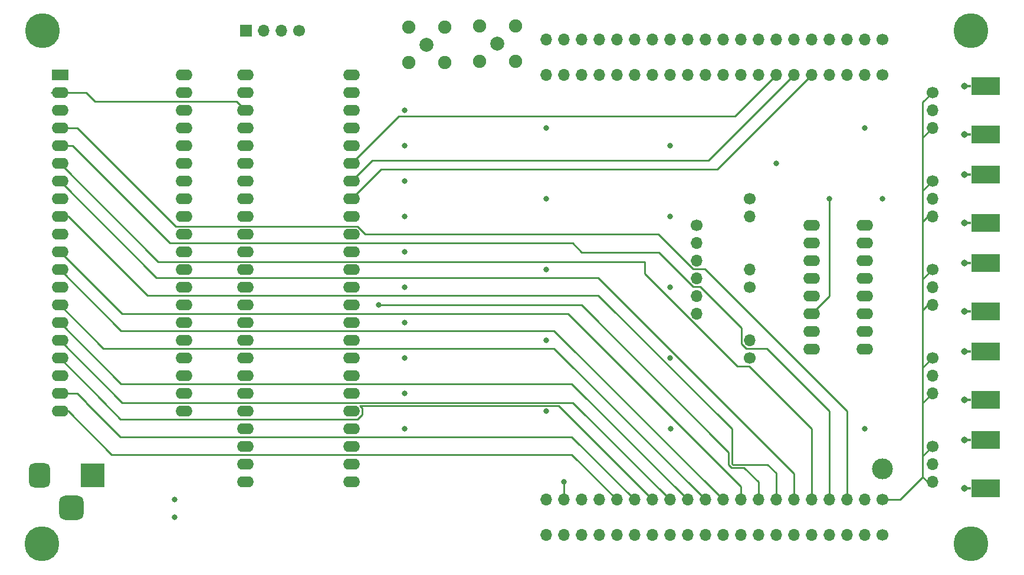
<source format=gbr>
%TF.GenerationSoftware,KiCad,Pcbnew,(6.0.5)*%
%TF.CreationDate,2022-08-06T22:36:06+10:00*%
%TF.ProjectId,glitcher,676c6974-6368-4657-922e-6b696361645f,rev?*%
%TF.SameCoordinates,Original*%
%TF.FileFunction,Copper,L6,Bot*%
%TF.FilePolarity,Positive*%
%FSLAX46Y46*%
G04 Gerber Fmt 4.6, Leading zero omitted, Abs format (unit mm)*
G04 Created by KiCad (PCBNEW (6.0.5)) date 2022-08-06 22:36:06*
%MOMM*%
%LPD*%
G01*
G04 APERTURE LIST*
G04 Aperture macros list*
%AMRoundRect*
0 Rectangle with rounded corners*
0 $1 Rounding radius*
0 $2 $3 $4 $5 $6 $7 $8 $9 X,Y pos of 4 corners*
0 Add a 4 corners polygon primitive as box body*
4,1,4,$2,$3,$4,$5,$6,$7,$8,$9,$2,$3,0*
0 Add four circle primitives for the rounded corners*
1,1,$1+$1,$2,$3*
1,1,$1+$1,$4,$5*
1,1,$1+$1,$6,$7*
1,1,$1+$1,$8,$9*
0 Add four rect primitives between the rounded corners*
20,1,$1+$1,$2,$3,$4,$5,0*
20,1,$1+$1,$4,$5,$6,$7,0*
20,1,$1+$1,$6,$7,$8,$9,0*
20,1,$1+$1,$8,$9,$2,$3,0*%
G04 Aperture macros list end*
%TA.AperFunction,ComponentPad*%
%ADD10C,2.006600*%
%TD*%
%TA.AperFunction,ComponentPad*%
%ADD11C,1.905000*%
%TD*%
%TA.AperFunction,ComponentPad*%
%ADD12C,1.700000*%
%TD*%
%TA.AperFunction,ComponentPad*%
%ADD13O,1.700000X1.700000*%
%TD*%
%TA.AperFunction,ComponentPad*%
%ADD14C,5.000000*%
%TD*%
%TA.AperFunction,SMDPad,CuDef*%
%ADD15R,4.190000X2.665000*%
%TD*%
%TA.AperFunction,ComponentPad*%
%ADD16C,0.970000*%
%TD*%
%TA.AperFunction,SMDPad,CuDef*%
%ADD17R,0.890000X0.460000*%
%TD*%
%TA.AperFunction,ComponentPad*%
%ADD18R,1.700000X1.700000*%
%TD*%
%TA.AperFunction,ComponentPad*%
%ADD19C,2.999999*%
%TD*%
%TA.AperFunction,ComponentPad*%
%ADD20O,2.400000X1.600000*%
%TD*%
%TA.AperFunction,ComponentPad*%
%ADD21R,2.400000X1.600000*%
%TD*%
%TA.AperFunction,ComponentPad*%
%ADD22R,3.500001X3.500001*%
%TD*%
%TA.AperFunction,ComponentPad*%
%ADD23RoundRect,0.750000X-0.749999X-1.000000X0.749999X-1.000000X0.749999X1.000000X-0.749999X1.000000X0*%
%TD*%
%TA.AperFunction,ComponentPad*%
%ADD24RoundRect,0.875000X-0.875000X-0.875000X0.875000X-0.875000X0.875000X0.875000X-0.875000X0.875000X0*%
%TD*%
%TA.AperFunction,ViaPad*%
%ADD25C,0.800000*%
%TD*%
%TA.AperFunction,Conductor*%
%ADD26C,0.250000*%
%TD*%
G04 APERTURE END LIST*
D10*
%TO.P,J_HVPULSE1,1,In*%
%TO.N,GL_HVPULSE*%
X144780000Y-73660000D03*
D11*
%TO.P,J_HVPULSE1,2,Ext*%
%TO.N,GND*%
X142227300Y-71107300D03*
%TO.P,J_HVPULSE1,3*%
X142227300Y-76212700D03*
%TO.P,J_HVPULSE1,4*%
X147332700Y-76212700D03*
%TO.P,J_HVPULSE1,5*%
X147332700Y-71107300D03*
%TD*%
D12*
%TO.P,J4,1,Pin_1*%
%TO.N,GND*%
X217349870Y-80561946D03*
D13*
%TO.P,J4,2,Pin_2*%
%TO.N,X_OUT*%
X217349880Y-83101946D03*
%TO.P,J4,3,Pin_3*%
%TO.N,GND*%
X217349880Y-85641946D03*
%TD*%
D12*
%TO.P,J_RIGHTEXP_OUTER1,1,Pin_1*%
%TO.N,X_OUT*%
X210184880Y-78021946D03*
D13*
%TO.P,J_RIGHTEXP_OUTER1,2,Pin_2*%
%TO.N,Y_OUT*%
X207644880Y-78021946D03*
%TO.P,J_RIGHTEXP_OUTER1,3,Pin_3*%
%TO.N,Z_OUT*%
X205104880Y-78021946D03*
%TO.P,J_RIGHTEXP_OUTER1,4,Pin_4*%
%TO.N,FREE_RIGHT4*%
X202564880Y-78021946D03*
%TO.P,J_RIGHTEXP_OUTER1,5,Pin_5*%
%TO.N,FPGA_GPIO_16*%
X200024880Y-78021946D03*
%TO.P,J_RIGHTEXP_OUTER1,6,Pin_6*%
%TO.N,FPGA_GPIO_17*%
X197484880Y-78021946D03*
%TO.P,J_RIGHTEXP_OUTER1,7,Pin_7*%
%TO.N,FPGA_GPIO_18*%
X194944880Y-78021946D03*
%TO.P,J_RIGHTEXP_OUTER1,8,Pin_8*%
%TO.N,FPGA_GPIO_12*%
X192404880Y-78021946D03*
%TO.P,J_RIGHTEXP_OUTER1,9,Pin_9*%
%TO.N,FPGA_GPIO_11*%
X189864880Y-78021946D03*
%TO.P,J_RIGHTEXP_OUTER1,10,Pin_10*%
%TO.N,FPGA_GPIO_10*%
X187324880Y-78021946D03*
%TO.P,J_RIGHTEXP_OUTER1,11,Pin_11*%
%TO.N,FPGA_GPIO_9*%
X184784880Y-78021946D03*
%TO.P,J_RIGHTEXP_OUTER1,12,Pin_12*%
%TO.N,FPGA_GPIO_8*%
X182244880Y-78021946D03*
%TO.P,J_RIGHTEXP_OUTER1,13,Pin_13*%
%TO.N,FPGA_GPIO_7*%
X179704880Y-78021946D03*
%TO.P,J_RIGHTEXP_OUTER1,14,Pin_14*%
%TO.N,FPGA_GPIO_6*%
X177164880Y-78021946D03*
%TO.P,J_RIGHTEXP_OUTER1,15,Pin_15*%
%TO.N,FPGA_GPIO_5*%
X174624880Y-78021946D03*
%TO.P,J_RIGHTEXP_OUTER1,16,Pin_16*%
%TO.N,FPGA_GPIO_4*%
X172084880Y-78021946D03*
%TO.P,J_RIGHTEXP_OUTER1,17,Pin_17*%
%TO.N,FPGA_GPIO_3*%
X169544880Y-78021946D03*
%TO.P,J_RIGHTEXP_OUTER1,18,Pin_18*%
%TO.N,FPGA_GPIO_2*%
X167004880Y-78021946D03*
%TO.P,J_RIGHTEXP_OUTER1,19,Pin_19*%
%TO.N,VCC_3V3_ALWAYS*%
X164464880Y-78021946D03*
%TO.P,J_RIGHTEXP_OUTER1,20,Pin_20*%
%TO.N,GND*%
X161924880Y-78021946D03*
%TD*%
D14*
%TO.P,REF\u002A\u002A,1*%
%TO.N,N/C*%
X222884880Y-145331946D03*
%TD*%
D12*
%TO.P,J_LEFTEXP1,1,Pin_1*%
%TO.N,GND*%
X210184880Y-144061946D03*
D13*
%TO.P,J_LEFTEXP1,2,Pin_2*%
%TO.N,FREE_LEFT2*%
X207644880Y-144061946D03*
%TO.P,J_LEFTEXP1,3,Pin_3*%
%TO.N,RPI_GP2*%
X205104880Y-144061946D03*
%TO.P,J_LEFTEXP1,4,Pin_4*%
%TO.N,RPI_GP3*%
X202564880Y-144061946D03*
%TO.P,J_LEFTEXP1,5,Pin_5*%
%TO.N,RPI_GP4*%
X200024880Y-144061946D03*
%TO.P,J_LEFTEXP1,6,Pin_6*%
%TO.N,RPI_GP5*%
X197484880Y-144061946D03*
%TO.P,J_LEFTEXP1,7,Pin_7*%
%TO.N,RPI_GP6*%
X194944880Y-144061946D03*
%TO.P,J_LEFTEXP1,8,Pin_8*%
%TO.N,RPI_GP7*%
X192404880Y-144061946D03*
%TO.P,J_LEFTEXP1,9,Pin_9*%
%TO.N,RPI_GP8*%
X189864880Y-144061946D03*
%TO.P,J_LEFTEXP1,10,Pin_10*%
%TO.N,RPI_GP9*%
X187324880Y-144061946D03*
%TO.P,J_LEFTEXP1,11,Pin_11*%
%TO.N,RPI_GP10*%
X184784880Y-144061946D03*
%TO.P,J_LEFTEXP1,12,Pin_12*%
%TO.N,RPI_GP11*%
X182244880Y-144061946D03*
%TO.P,J_LEFTEXP1,13,Pin_13*%
%TO.N,RPI_GP12*%
X179704880Y-144061946D03*
%TO.P,J_LEFTEXP1,14,Pin_14*%
%TO.N,RPI_GP13*%
X177164880Y-144061946D03*
%TO.P,J_LEFTEXP1,15,Pin_15*%
%TO.N,RPI_GP14*%
X174624880Y-144061946D03*
%TO.P,J_LEFTEXP1,16,Pin_16*%
%TO.N,RPI_GP15*%
X172084880Y-144061946D03*
%TO.P,J_LEFTEXP1,17,Pin_17*%
%TO.N,FREE_LEFT17*%
X169544880Y-144061946D03*
%TO.P,J_LEFTEXP1,18,Pin_18*%
%TO.N,FREE_LEFT18*%
X167004880Y-144061946D03*
%TO.P,J_LEFTEXP1,19,Pin_19*%
%TO.N,VCC_SWITCHED*%
X164464880Y-144061946D03*
%TO.P,J_LEFTEXP1,20,Pin_20*%
%TO.N,GND*%
X161924880Y-144061946D03*
%TD*%
D12*
%TO.P,J_LEFTEXP_OUTER1,1,Pin_1*%
%TO.N,GND*%
X210184882Y-138981938D03*
D13*
%TO.P,J_LEFTEXP_OUTER1,2,Pin_2*%
%TO.N,FREE_LEFT2*%
X207644880Y-138981946D03*
%TO.P,J_LEFTEXP_OUTER1,3,Pin_3*%
%TO.N,RPI_GP2*%
X205104880Y-138981946D03*
%TO.P,J_LEFTEXP_OUTER1,4,Pin_4*%
%TO.N,RPI_GP3*%
X202564880Y-138981946D03*
%TO.P,J_LEFTEXP_OUTER1,5,Pin_5*%
%TO.N,RPI_GP4*%
X200024880Y-138981946D03*
%TO.P,J_LEFTEXP_OUTER1,6,Pin_6*%
%TO.N,RPI_GP5*%
X197484880Y-138981946D03*
%TO.P,J_LEFTEXP_OUTER1,7,Pin_7*%
%TO.N,RPI_GP6*%
X194944880Y-138981946D03*
%TO.P,J_LEFTEXP_OUTER1,8,Pin_8*%
%TO.N,RPI_GP7*%
X192404880Y-138981946D03*
%TO.P,J_LEFTEXP_OUTER1,9,Pin_9*%
%TO.N,RPI_GP8*%
X189864880Y-138981946D03*
%TO.P,J_LEFTEXP_OUTER1,10,Pin_10*%
%TO.N,RPI_GP9*%
X187324880Y-138981946D03*
%TO.P,J_LEFTEXP_OUTER1,11,Pin_11*%
%TO.N,RPI_GP10*%
X184784880Y-138981946D03*
%TO.P,J_LEFTEXP_OUTER1,12,Pin_12*%
%TO.N,RPI_GP11*%
X182244880Y-138981946D03*
%TO.P,J_LEFTEXP_OUTER1,13,Pin_13*%
%TO.N,RPI_GP12*%
X179704880Y-138981946D03*
%TO.P,J_LEFTEXP_OUTER1,14,Pin_14*%
%TO.N,RPI_GP13*%
X177164880Y-138981946D03*
%TO.P,J_LEFTEXP_OUTER1,15,Pin_15*%
%TO.N,RPI_GP14*%
X174624880Y-138981946D03*
%TO.P,J_LEFTEXP_OUTER1,16,Pin_16*%
%TO.N,RPI_GP15*%
X172084880Y-138981946D03*
%TO.P,J_LEFTEXP_OUTER1,17,Pin_17*%
%TO.N,FREE_LEFT17*%
X169544880Y-138981946D03*
%TO.P,J_LEFTEXP_OUTER1,18,Pin_18*%
%TO.N,FREE_LEFT18*%
X167004880Y-138981946D03*
%TO.P,J_LEFTEXP_OUTER1,19,Pin_19*%
%TO.N,VCC_SWITCHED*%
X164464880Y-138981946D03*
%TO.P,J_LEFTEXP_OUTER1,20,Pin_20*%
%TO.N,GND*%
X161924882Y-138981938D03*
%TD*%
D15*
%TO.P,HS2_OUT1,2,Ext*%
%TO.N,GND*%
X224969880Y-124694446D03*
D16*
X221984880Y-124694446D03*
D17*
X222429880Y-124694446D03*
D15*
X224969880Y-117709446D03*
D16*
X221984880Y-117709446D03*
D17*
X222429880Y-117709446D03*
%TD*%
D12*
%TO.P,J2,1,Pin_1*%
%TO.N,GND*%
X183514880Y-99611946D03*
D13*
%TO.P,J2,2,Pin_2*%
%TO.N,VCC_3V3*%
X183514880Y-102151946D03*
%TO.P,J2,3,Pin_3*%
%TO.N,VCC_2V5*%
X183514880Y-104691946D03*
%TO.P,J2,4,Pin_4*%
%TO.N,VCC_1V8*%
X183514880Y-107231946D03*
%TO.P,J2,5,Pin_5*%
%TO.N,VCC_1V2*%
X183514880Y-109771946D03*
%TO.P,J2,6,Pin_6*%
%TO.N,VCC_VADJ*%
X183514880Y-112311946D03*
%TD*%
D16*
%TO.P,SMA_Y1,2,Ext*%
%TO.N,GND*%
X221984880Y-99294446D03*
X221984880Y-92309446D03*
D15*
X224969880Y-99294446D03*
X224969880Y-92309446D03*
D17*
X222429880Y-99294446D03*
X222429880Y-92309446D03*
%TD*%
D16*
%TO.P,TRIG_IN1,2,Ext*%
%TO.N,GND*%
X221984880Y-130409446D03*
D15*
X224969880Y-137394446D03*
X224969880Y-130409446D03*
D16*
X221984880Y-137394446D03*
D17*
X222429880Y-137394446D03*
X222429880Y-130409446D03*
%TD*%
D12*
%TO.P,J7,1,Pin_1*%
%TO.N,GND*%
X217349870Y-105961946D03*
D13*
%TO.P,J7,2,Pin_2*%
%TO.N,Z_OUT*%
X217349880Y-108501946D03*
%TO.P,J7,3,Pin_3*%
%TO.N,GND*%
X217349880Y-111041946D03*
%TD*%
D12*
%TO.P,J_EXT_UART1,1,Pin_1*%
%TO.N,VCC*%
X126429167Y-71671948D03*
D13*
%TO.P,J_EXT_UART1,2,Pin_2*%
%TO.N,RPI_GP0*%
X123889166Y-71671946D03*
%TO.P,J_EXT_UART1,3,Pin_3*%
%TO.N,RPI_GP1*%
X121349166Y-71671946D03*
D18*
%TO.P,J_EXT_UART1,4,Pin_4*%
%TO.N,GND*%
X118809167Y-71671948D03*
%TD*%
D12*
%TO.P,J_RIGHTEXP1,1,Pin_1*%
%TO.N,X_OUT*%
X210184880Y-72941946D03*
D13*
%TO.P,J_RIGHTEXP1,2,Pin_2*%
%TO.N,Y_OUT*%
X207644880Y-72941946D03*
%TO.P,J_RIGHTEXP1,3,Pin_3*%
%TO.N,Z_OUT*%
X205104880Y-72941946D03*
%TO.P,J_RIGHTEXP1,4,Pin_4*%
%TO.N,FREE_RIGHT4*%
X202564880Y-72941946D03*
%TO.P,J_RIGHTEXP1,5,Pin_5*%
%TO.N,FPGA_GPIO_16*%
X200024880Y-72941946D03*
%TO.P,J_RIGHTEXP1,6,Pin_6*%
%TO.N,FPGA_GPIO_17*%
X197484880Y-72941946D03*
%TO.P,J_RIGHTEXP1,7,Pin_7*%
%TO.N,FPGA_GPIO_18*%
X194944880Y-72941946D03*
%TO.P,J_RIGHTEXP1,8,Pin_8*%
%TO.N,FPGA_GPIO_12*%
X192404880Y-72941946D03*
%TO.P,J_RIGHTEXP1,9,Pin_9*%
%TO.N,FPGA_GPIO_11*%
X189864880Y-72941946D03*
%TO.P,J_RIGHTEXP1,10,Pin_10*%
%TO.N,FPGA_GPIO_10*%
X187324880Y-72941946D03*
%TO.P,J_RIGHTEXP1,11,Pin_11*%
%TO.N,FPGA_GPIO_9*%
X184784880Y-72941946D03*
%TO.P,J_RIGHTEXP1,12,Pin_12*%
%TO.N,FPGA_GPIO_8*%
X182244880Y-72941946D03*
%TO.P,J_RIGHTEXP1,13,Pin_13*%
%TO.N,FPGA_GPIO_7*%
X179704880Y-72941946D03*
%TO.P,J_RIGHTEXP1,14,Pin_14*%
%TO.N,FPGA_GPIO_6*%
X177164880Y-72941946D03*
%TO.P,J_RIGHTEXP1,15,Pin_15*%
%TO.N,FPGA_GPIO_5*%
X174624880Y-72941946D03*
%TO.P,J_RIGHTEXP1,16,Pin_16*%
%TO.N,FPGA_GPIO_4*%
X172084880Y-72941946D03*
%TO.P,J_RIGHTEXP1,17,Pin_17*%
%TO.N,FPGA_GPIO_3*%
X169544880Y-72941946D03*
%TO.P,J_RIGHTEXP1,18,Pin_18*%
%TO.N,FPGA_GPIO_2*%
X167004880Y-72941946D03*
%TO.P,J_RIGHTEXP1,19,Pin_19*%
%TO.N,VCC_3V3_ALWAYS*%
X164464880Y-72941946D03*
%TO.P,J_RIGHTEXP1,20,Pin_20*%
%TO.N,GND*%
X161924880Y-72941946D03*
%TD*%
D14*
%TO.P,REF\u002A\u002A,1*%
%TO.N,N/C*%
X222884880Y-71671946D03*
%TD*%
D12*
%TO.P,J5,1,Pin_1*%
%TO.N,GND*%
X217349870Y-93261946D03*
D13*
%TO.P,J5,2,Pin_2*%
%TO.N,Y_OUT*%
X217349880Y-95801946D03*
%TO.P,J5,3,Pin_3*%
%TO.N,GND*%
X217349880Y-98341946D03*
%TD*%
D12*
%TO.P,J6,1,Pin_1*%
%TO.N,GND*%
X217349870Y-131361946D03*
D13*
%TO.P,J6,2,Pin_2*%
%TO.N,TRIG_IN*%
X217349880Y-133901946D03*
%TO.P,J6,3,Pin_3*%
%TO.N,GND*%
X217349880Y-136441946D03*
%TD*%
D14*
%TO.P,REF\u002A\u002A,1*%
%TO.N,N/C*%
X89599166Y-71671946D03*
%TD*%
D19*
%TO.P,REF\u002A\u002A,1*%
%TO.N,GL_GATE*%
X210184880Y-134536946D03*
%TD*%
D12*
%TO.P,PINS_Z_INPUT1,1,Pin_1*%
%TO.N,Net-(PINS_Z_INPUT1-Pad1)*%
X191134880Y-118661946D03*
D13*
%TO.P,PINS_Z_INPUT1,2,Pin_2*%
%TO.N,Net-(PINS_Z_INPUT1-Pad2)*%
X191134880Y-116121946D03*
%TD*%
D20*
%TO.P,U2,1,PIO01*%
%TO.N,MAX4619_C*%
X133984884Y-136441938D03*
%TO.P,U2,2,PIO02*%
%TO.N,MAX4619_B*%
X133984880Y-133901946D03*
%TO.P,U2,3,PIO03*%
%TO.N,MAX4619_A*%
X133984880Y-131361946D03*
%TO.P,U2,4,PIO04*%
%TO.N,FPGA_GPIO_12*%
X133984880Y-128821946D03*
%TO.P,U2,5,PIO05*%
%TO.N,FPGA_GPIO_11*%
X133984880Y-126281946D03*
%TO.P,U2,6,PIO06*%
%TO.N,FPGA_GPIO_10*%
X133984880Y-123741946D03*
%TO.P,U2,7,PIO07*%
%TO.N,FPGA_GPIO_9*%
X133984880Y-121201946D03*
%TO.P,U2,8,PIO08*%
%TO.N,FPGA_GPIO_8*%
X133984880Y-118661946D03*
%TO.P,U2,9,PIO09*%
%TO.N,FPGA_GPIO_7*%
X133984880Y-116121946D03*
%TO.P,U2,10,PIO10*%
%TO.N,FPGA_GPIO_6*%
X133984880Y-113581946D03*
%TO.P,U2,11,PIO11*%
%TO.N,FPGA_GPIO_5*%
X133984880Y-111041946D03*
%TO.P,U2,12,PIO12*%
%TO.N,FPGA_GPIO_4*%
X133984880Y-108501946D03*
%TO.P,U2,13,PIO13*%
%TO.N,FPGA_GPIO_3*%
X133984880Y-105961946D03*
%TO.P,U2,14,PIO14*%
%TO.N,FPGA_GPIO_2*%
X133984880Y-103421946D03*
%TO.P,U2,15,PIO15*%
%TO.N,FPGA_GPIO_1*%
X133984880Y-100881946D03*
%TO.P,U2,16,PIO16*%
%TO.N,unconnected-(U2-Pad16)*%
X133984880Y-98341946D03*
%TO.P,U2,17,PIO17*%
%TO.N,FPGA_GPIO_16*%
X133984880Y-95801946D03*
%TO.P,U2,18,PIO18*%
%TO.N,FPGA_GPIO_17*%
X133984880Y-93261946D03*
%TO.P,U2,19,PIO19*%
%TO.N,FPGA_GPIO_18*%
X133984880Y-90721946D03*
%TO.P,U2,20,PIO20*%
%TO.N,unconnected-(U2-Pad20)*%
X133984880Y-88181946D03*
%TO.P,U2,21,PIO21*%
%TO.N,unconnected-(U2-Pad21)*%
X133984880Y-85641946D03*
%TO.P,U2,22,PIO22*%
%TO.N,GL_TRIG2*%
X133984880Y-83101946D03*
%TO.P,U2,23,PIO23*%
%TO.N,GL_HVPULSE*%
X133984880Y-80561946D03*
%TO.P,U2,24,VU*%
%TO.N,Net-(FB1-Pad2)*%
X133984880Y-78021946D03*
%TO.P,U2,25,GND*%
%TO.N,GND*%
X118744880Y-78021946D03*
%TO.P,U2,26,PIO26*%
%TO.N,RPI_GP0*%
X118744880Y-80561946D03*
%TO.P,U2,27,PIO27*%
%TO.N,RPI_GP1*%
X118744880Y-83101946D03*
%TO.P,U2,28,PIO28*%
%TO.N,FPGA_3*%
X118744880Y-85641946D03*
%TO.P,U2,29,PIO29*%
%TO.N,FPGA_4*%
X118744880Y-88181946D03*
%TO.P,U2,30,PIO30*%
%TO.N,unconnected-(U2-Pad30)*%
X118744880Y-90721946D03*
%TO.P,U2,31,PIO31*%
%TO.N,unconnected-(U2-Pad31)*%
X118744880Y-93261946D03*
%TO.P,U2,32,PIO32*%
%TO.N,unconnected-(U2-Pad32)*%
X118744880Y-95801946D03*
%TO.P,U2,33,PIO33*%
%TO.N,unconnected-(U2-Pad33)*%
X118744880Y-98341946D03*
%TO.P,U2,34,PIO34*%
%TO.N,unconnected-(U2-Pad34)*%
X118744880Y-100881946D03*
%TO.P,U2,35,PIO35*%
%TO.N,unconnected-(U2-Pad35)*%
X118744880Y-103421946D03*
%TO.P,U2,36,PIO36*%
%TO.N,unconnected-(U2-Pad36)*%
X118744880Y-105961946D03*
%TO.P,U2,37,PIO37*%
%TO.N,unconnected-(U2-Pad37)*%
X118744880Y-108501946D03*
%TO.P,U2,38,PIO38*%
%TO.N,unconnected-(U2-Pad38)*%
X118744880Y-111041946D03*
%TO.P,U2,39,PIO39*%
%TO.N,unconnected-(U2-Pad39)*%
X118744880Y-113581946D03*
%TO.P,U2,40,PIO40*%
%TO.N,unconnected-(U2-Pad40)*%
X118744880Y-116121946D03*
%TO.P,U2,41,PIO41*%
%TO.N,unconnected-(U2-Pad41)*%
X118744880Y-118661946D03*
%TO.P,U2,42,PIO42*%
%TO.N,unconnected-(U2-Pad42)*%
X118744880Y-121201946D03*
%TO.P,U2,43,PIO43*%
%TO.N,unconnected-(U2-Pad43)*%
X118744880Y-123741946D03*
%TO.P,U2,44,PIO44*%
%TO.N,unconnected-(U2-Pad44)*%
X118744880Y-126281946D03*
%TO.P,U2,45,PIO45*%
%TO.N,unconnected-(U2-Pad45)*%
X118744880Y-128821946D03*
%TO.P,U2,46,PIO46*%
%TO.N,unconnected-(U2-Pad46)*%
X118744880Y-131361946D03*
%TO.P,U2,47,PIO47*%
%TO.N,GL_GATE*%
X118744880Y-133901946D03*
%TO.P,U2,48,PIO48*%
%TO.N,TRIG_IN*%
X118744880Y-136441946D03*
%TD*%
D10*
%TO.P,J_TRIG2,1,In*%
%TO.N,GL_TRIG2*%
X154940000Y-73538000D03*
D11*
%TO.P,J_TRIG2,2,Ext*%
%TO.N,GND*%
X152387300Y-70985300D03*
%TO.P,J_TRIG2,3*%
X152387300Y-76090704D03*
%TO.P,J_TRIG2,4*%
X157492700Y-76090704D03*
%TO.P,J_TRIG2,5*%
X157492700Y-70985304D03*
%TD*%
D20*
%TO.P,U3,1,Y1*%
%TO.N,Net-(PINS_Y_INPUT1-Pad2)*%
X200034888Y-99601938D03*
%TO.P,U3,2,Y0*%
%TO.N,Net-(PINS_Y_INPUT1-Pad1)*%
X200034880Y-102141946D03*
%TO.P,U3,3,Z1*%
%TO.N,Net-(PINS_Z_INPUT1-Pad2)*%
X200034880Y-104681946D03*
%TO.P,U3,4,Z*%
%TO.N,Z_OUT*%
X200034880Y-107221946D03*
%TO.P,U3,5,Z0*%
%TO.N,Net-(PINS_Z_INPUT1-Pad1)*%
X200034880Y-109761946D03*
%TO.P,U3,6,ENABLE*%
%TO.N,MAX4619_EN*%
X200034880Y-112301946D03*
%TO.P,U3,7,NC*%
%TO.N,unconnected-(U3-Pad7)*%
X200034880Y-114841946D03*
%TO.P,U3,8,GND*%
%TO.N,GND*%
X200034880Y-117381946D03*
%TO.P,U3,9,C*%
%TO.N,MAX4619_C*%
X207654880Y-117381946D03*
%TO.P,U3,10,B*%
%TO.N,MAX4619_B*%
X207654880Y-114841946D03*
%TO.P,U3,11,A*%
%TO.N,MAX4619_A*%
X207654880Y-112301946D03*
%TO.P,U3,12,X0*%
%TO.N,Net-(PINS_X_INPUT1-Pad2)*%
X207654880Y-109761946D03*
%TO.P,U3,13,X1*%
%TO.N,Net-(PINS_X_INPUT1-Pad1)*%
X207654880Y-107221946D03*
%TO.P,U3,14,X*%
%TO.N,X_OUT*%
X207654880Y-104681946D03*
%TO.P,U3,15,Y*%
%TO.N,Y_OUT*%
X207654880Y-102141946D03*
%TO.P,U3,16,VCC*%
%TO.N,VCC_3V3_ALWAYS*%
X207654880Y-99601946D03*
%TD*%
D21*
%TO.P,U1,1,UART0_TX/I2C0_SDA/SPI0_RX/GP0*%
%TO.N,RPI_GP0*%
X92134166Y-78026946D03*
D20*
%TO.P,U1,2,UART0_RX/I2C0_SCL/GPI0_CSn/GP1*%
%TO.N,RPI_GP1*%
X92134166Y-80566946D03*
%TO.P,U1,3,GND*%
%TO.N,GND*%
X92134166Y-83106946D03*
%TO.P,U1,4,I2C1_SDA/SPI0_SCK/GP2*%
%TO.N,RPI_GP2*%
X92134166Y-85646946D03*
%TO.P,U1,5,I2C1_SCL/SPI0_TX/GP3*%
%TO.N,RPI_GP3*%
X92134166Y-88186946D03*
%TO.P,U1,6,UART1_TX/I2C0_SDA/SPI0_RX/GP4*%
%TO.N,RPI_GP4*%
X92134166Y-90726946D03*
%TO.P,U1,7,UART1_RX/I2C0_SCL/SPI0_CSn/GP5*%
%TO.N,RPI_GP5*%
X92134166Y-93266946D03*
%TO.P,U1,8,GND*%
%TO.N,GND*%
X92134166Y-95806946D03*
%TO.P,U1,9,I2C1_SDA/SPI0_SCK/GP6*%
%TO.N,RPI_GP6*%
X92134166Y-98346946D03*
%TO.P,U1,10,I2C1_SCL/SPI0_TX/GP7*%
%TO.N,RPI_GP7*%
X92134166Y-100886946D03*
%TO.P,U1,11,UART1_TX/I2C0_SDA/SPI1_RX/GP8*%
%TO.N,RPI_GP8*%
X92134166Y-103426946D03*
%TO.P,U1,12,UART1_RX/I2C0_SCL/SPI1_CSn/GP9*%
%TO.N,RPI_GP9*%
X92134166Y-105966946D03*
%TO.P,U1,13,GND*%
%TO.N,GND*%
X92134166Y-108506946D03*
%TO.P,U1,14,I2C1_SDA/SPI1_SCK/GP10*%
%TO.N,RPI_GP10*%
X92134166Y-111046946D03*
%TO.P,U1,15,I2C1_SCL/SPI1_TX/GP11*%
%TO.N,RPI_GP11*%
X92134166Y-113586946D03*
%TO.P,U1,16,UART0_TX/I2C0_SDA/GPI1_RX/GP12*%
%TO.N,RPI_GP12*%
X92134166Y-116126946D03*
%TO.P,U1,17,UART0_RX/I2C0_SCL/SPI1_CSn/GP13*%
%TO.N,RPI_GP13*%
X92134166Y-118666946D03*
%TO.P,U1,18,GND*%
%TO.N,GND*%
X92134166Y-121206946D03*
%TO.P,U1,19,I2C1_SDA/SPI1_SCK/GP14*%
%TO.N,RPI_GP14*%
X92134166Y-123746946D03*
%TO.P,U1,20,I2C1_SCL/SPI1_TX/GP15*%
%TO.N,RPI_GP15*%
X92134166Y-126286946D03*
%TO.P,U1,21,UART0_TX/I2C0_SDA/SPI0_RX/GP16*%
%TO.N,RPI_GP16*%
X109914166Y-126286946D03*
%TO.P,U1,22,UART0_RX/I2C0_SCL/SPI0_CSn/GP17*%
%TO.N,RPI_GP17*%
X109914166Y-123746946D03*
%TO.P,U1,23,GND*%
%TO.N,GND*%
X109914166Y-121206946D03*
%TO.P,U1,24,I2C1_SDA/SPI0_SCK/GP18*%
%TO.N,unconnected-(U1-Pad24)*%
X109914166Y-118666946D03*
%TO.P,U1,25,I2C1_SCL/SPI0_TX/GP19*%
%TO.N,unconnected-(U1-Pad25)*%
X109914166Y-116126946D03*
%TO.P,U1,26,I2C0_SDA/GP20*%
%TO.N,unconnected-(U1-Pad26)*%
X109914166Y-113586946D03*
%TO.P,U1,27,I2C0_SCL/GP21*%
%TO.N,FPGA_4*%
X109914166Y-111046946D03*
%TO.P,U1,28,GND*%
%TO.N,unconnected-(U1-Pad28)*%
X109914166Y-108506946D03*
%TO.P,U1,29,GP22*%
%TO.N,FPGA_3*%
X109914166Y-105966946D03*
%TO.P,U1,30,RUN*%
%TO.N,unconnected-(U1-Pad30)*%
X109914166Y-103426946D03*
%TO.P,U1,31,I2C1_SDA/ADC0/GP26*%
%TO.N,Net-(TP2-Pad1)*%
X109914166Y-100886946D03*
%TO.P,U1,32,I2C1_SCL/ADC1/GP27*%
%TO.N,Net-(TP1-Pad1)*%
X109914166Y-98346946D03*
%TO.P,U1,33,AGND/GND*%
%TO.N,unconnected-(U1-Pad33)*%
X109914166Y-95806946D03*
%TO.P,U1,34,ADC2/GP28*%
%TO.N,unconnected-(U1-Pad34)*%
X109914166Y-93266946D03*
%TO.P,U1,35,ADC_VREF*%
%TO.N,unconnected-(U1-Pad35)*%
X109914166Y-90726946D03*
%TO.P,U1,36,3V3OUT*%
%TO.N,unconnected-(U1-Pad36)*%
X109914166Y-88186946D03*
%TO.P,U1,37,3V3_EN*%
%TO.N,unconnected-(U1-Pad37)*%
X109914166Y-85646946D03*
%TO.P,U1,38,GND*%
%TO.N,GND*%
X109914166Y-83106946D03*
%TO.P,U1,39,VSYS*%
%TO.N,Net-(JP2-Pad1)*%
X109914166Y-80566946D03*
%TO.P,U1,40,VBUS*%
%TO.N,unconnected-(U1-Pad40)*%
X109914166Y-78026946D03*
%TD*%
D22*
%TO.P,J1,1*%
%TO.N,VCC*%
X96804890Y-135484438D03*
D23*
%TO.P,J1,2*%
%TO.N,GND*%
X89184890Y-135484438D03*
D24*
%TO.P,J1,3*%
%TO.N,N/C*%
X93804892Y-140184442D03*
%TD*%
D14*
%TO.P,REF\u002A\u002A,1*%
%TO.N,N/C*%
X89534879Y-145331946D03*
%TD*%
D12*
%TO.P,J3,1,Pin_1*%
%TO.N,GND*%
X217349870Y-118661946D03*
D13*
%TO.P,J3,2,Pin_2*%
%TO.N,HS2_OUT*%
X217349880Y-121201946D03*
%TO.P,J3,3,Pin_3*%
%TO.N,GND*%
X217349880Y-123741946D03*
%TD*%
D12*
%TO.P,PINS_Y_INPUT1,1,Pin_1*%
%TO.N,Net-(PINS_Y_INPUT1-Pad1)*%
X191134880Y-108501946D03*
D13*
%TO.P,PINS_Y_INPUT1,2,Pin_2*%
%TO.N,Net-(PINS_Y_INPUT1-Pad2)*%
X191134880Y-105961946D03*
%TD*%
D16*
%TO.P,SMA_Z1,2,Ext*%
%TO.N,GND*%
X221984880Y-111994446D03*
D15*
X224969880Y-105009446D03*
X224969880Y-111994446D03*
D17*
X222429880Y-105009446D03*
D16*
X221984880Y-105009446D03*
D17*
X222429880Y-111994446D03*
%TD*%
D15*
%TO.P,SMA_X1,2,Ext*%
%TO.N,GND*%
X224969880Y-86594446D03*
D17*
X222429880Y-86594446D03*
X222429880Y-79609446D03*
D16*
X221984880Y-86594446D03*
X221984880Y-79609446D03*
D15*
X224969880Y-79609446D03*
%TD*%
D12*
%TO.P,PINS_X_INPUT1,1,Pin_1*%
%TO.N,Net-(PINS_X_INPUT1-Pad1)*%
X191134880Y-95801946D03*
D13*
%TO.P,PINS_X_INPUT1,2,Pin_2*%
%TO.N,Net-(PINS_X_INPUT1-Pad2)*%
X191134880Y-98341946D03*
%TD*%
D25*
%TO.N,GND*%
X161924880Y-105961946D03*
X141604880Y-98341946D03*
X179704880Y-118661946D03*
X179769166Y-128821946D03*
X179704880Y-108501946D03*
X161924880Y-126281946D03*
X179704880Y-98341946D03*
X141604880Y-108501946D03*
X179704880Y-88181946D03*
X207644880Y-128821946D03*
X141604880Y-118661946D03*
X141604880Y-128821946D03*
X108584880Y-141521946D03*
X161924880Y-85641946D03*
X141604880Y-88181946D03*
X161924880Y-95801946D03*
X161924880Y-116121946D03*
%TO.N,VCC*%
X108584880Y-138981946D03*
%TO.N,VCC_3V3_ALWAYS*%
X207644880Y-85641946D03*
X210184880Y-95801946D03*
%TO.N,MAX4619_EN*%
X202564880Y-95801946D03*
%TO.N,RPI_GP7*%
X137859166Y-111041946D03*
%TO.N,VCC_SWITCHED*%
X164464880Y-136441946D03*
X141604880Y-113581946D03*
X141604880Y-123741946D03*
X141604880Y-93261946D03*
X141604880Y-103421946D03*
X194944880Y-90721946D03*
X141604880Y-83101946D03*
%TD*%
D26*
%TO.N,GND*%
X217349880Y-98341946D02*
X216713902Y-98341946D01*
X215989391Y-107777435D02*
X215989391Y-99066457D01*
X217349880Y-123741946D02*
X215989391Y-125102435D01*
X217349880Y-85641946D02*
X215989391Y-87002435D01*
X215989391Y-135717435D02*
X215989391Y-133177435D01*
X217349870Y-118661946D02*
X215989391Y-120022425D01*
X217349880Y-136441946D02*
X216713902Y-136441946D01*
X217349880Y-111041946D02*
X216713902Y-111041946D01*
X215989391Y-94622425D02*
X215989391Y-95077435D01*
X215989391Y-87002435D02*
X215989391Y-87457435D01*
X216713902Y-98341946D02*
X215989391Y-99066457D01*
X215989391Y-120022425D02*
X215989391Y-120477435D01*
X215989391Y-95077435D02*
X215989391Y-87457435D01*
X215989391Y-133177435D02*
X215989391Y-125557435D01*
X216713902Y-136441946D02*
X215989391Y-135717435D01*
X215989391Y-81922425D02*
X217349870Y-80561946D01*
X215989391Y-107322425D02*
X215989391Y-107777435D01*
X212724880Y-138981946D02*
X215989391Y-135717435D01*
X215989391Y-132722425D02*
X215989391Y-133177435D01*
X215989391Y-87457435D02*
X215989391Y-81922425D01*
X215989391Y-125102435D02*
X215989391Y-125557435D01*
X215989391Y-99066457D02*
X215989391Y-95077435D01*
X217349870Y-93261946D02*
X215989391Y-94622425D01*
X217349870Y-131361946D02*
X215989391Y-132722425D01*
X210184880Y-138981946D02*
X212724880Y-138981946D01*
X216713902Y-111041946D02*
X215989391Y-111766457D01*
X215989391Y-125557435D02*
X215989391Y-120477435D01*
X217349870Y-105961946D02*
X215989391Y-107322425D01*
X215989391Y-120477435D02*
X215989391Y-111766457D01*
X215989391Y-111766457D02*
X215989391Y-107777435D01*
%TO.N,MAX4619_EN*%
X202564880Y-109771946D02*
X202564880Y-95801946D01*
X200034880Y-112301946D02*
X202564880Y-109771946D01*
%TO.N,FPGA_GPIO_16*%
X133984880Y-95801946D02*
X138214286Y-91572540D01*
X186474286Y-91572540D02*
X200024880Y-78021946D01*
X138214286Y-91572540D02*
X186474286Y-91572540D01*
%TO.N,FPGA_GPIO_17*%
X185204286Y-90302540D02*
X136944286Y-90302540D01*
X197484880Y-78021946D02*
X185204286Y-90302540D01*
X136944286Y-90302540D02*
X133984880Y-93261946D01*
%TO.N,FPGA_GPIO_18*%
X189014286Y-83952540D02*
X194944880Y-78021946D01*
X133984880Y-90721946D02*
X140754286Y-83952540D01*
X140754286Y-83952540D02*
X189014286Y-83952540D01*
%TO.N,RPI_GP1*%
X97154880Y-81831946D02*
X117474880Y-81831946D01*
X95884880Y-80561946D02*
X97154880Y-81831946D01*
X117474880Y-81831946D02*
X118744880Y-83101946D01*
X90869166Y-80561946D02*
X95884880Y-80561946D01*
%TO.N,RPI_GP2*%
X183028381Y-105866457D02*
X178043872Y-100881948D01*
X205104880Y-138981946D02*
X205104880Y-126281948D01*
X135975193Y-100881948D02*
X134850671Y-99757426D01*
X94619878Y-85646946D02*
X92134166Y-85646946D01*
X134850671Y-99757426D02*
X108730358Y-99757426D01*
X184689389Y-105866457D02*
X183028381Y-105866457D01*
X178043872Y-100881948D02*
X135975193Y-100881948D01*
X108730358Y-99757426D02*
X94619878Y-85646946D01*
X205104880Y-126281948D02*
X184689389Y-105866457D01*
%TO.N,RPI_GP3*%
X93985598Y-88186946D02*
X107950598Y-102151946D01*
X193579389Y-117296457D02*
X202564880Y-126281948D01*
X165734880Y-102151946D02*
X167037023Y-103454089D01*
X178076013Y-103454089D02*
X183028381Y-108406457D01*
X202564880Y-126281948D02*
X202564880Y-138981946D01*
X189960369Y-114365447D02*
X189960369Y-116608445D01*
X107950598Y-102151946D02*
X165734880Y-102151946D01*
X92134166Y-88186946D02*
X93985598Y-88186946D01*
X183028381Y-108406457D02*
X184001379Y-108406457D01*
X167037023Y-103454089D02*
X178076013Y-103454089D01*
X189960369Y-116608445D02*
X190648381Y-117296457D01*
X190648381Y-117296457D02*
X193579389Y-117296457D01*
X184001379Y-108406457D02*
X189960369Y-114365447D01*
%TO.N,RPI_GP4*%
X191039389Y-119836457D02*
X200024880Y-128821948D01*
X176040358Y-106498434D02*
X189378381Y-119836457D01*
X106244646Y-104837426D02*
X176040358Y-104837426D01*
X92134166Y-90726946D02*
X106244646Y-104837426D01*
X176040358Y-104837426D02*
X176040358Y-106498434D01*
X200024880Y-128821948D02*
X200024880Y-138981946D01*
X189378381Y-119836457D02*
X191039389Y-119836457D01*
%TO.N,RPI_GP5*%
X197484880Y-135225676D02*
X197484880Y-138981946D01*
X169345670Y-107086466D02*
X169340670Y-107091466D01*
X105958686Y-107091466D02*
X92134166Y-93266946D01*
X169340670Y-107091466D02*
X105958686Y-107091466D01*
X169345670Y-107086466D02*
X197484880Y-135225676D01*
%TO.N,RPI_GP6*%
X193699898Y-133926966D02*
X194944880Y-135171948D01*
X93377022Y-98346946D02*
X104661542Y-109631466D01*
X194944880Y-135171948D02*
X194944880Y-138981946D01*
X169404398Y-109631466D02*
X188569860Y-128796928D01*
X104661542Y-109631466D02*
X169404398Y-109631466D01*
X92134166Y-98346946D02*
X93377022Y-98346946D01*
X188678243Y-133926966D02*
X193699898Y-133926966D01*
X188569860Y-128796928D02*
X188569860Y-133818583D01*
X188569860Y-133818583D02*
X188678243Y-133926966D01*
%TO.N,RPI_GP7*%
X190339418Y-134376486D02*
X192404880Y-136441948D01*
X188120340Y-134004781D02*
X188492046Y-134376486D01*
X188120340Y-132157408D02*
X188120340Y-134004781D01*
X192404880Y-136441948D02*
X192404880Y-138981946D01*
X167004878Y-111041946D02*
X188120340Y-132157408D01*
X188492046Y-134376486D02*
X190339418Y-134376486D01*
X137859166Y-111041946D02*
X167004878Y-111041946D01*
%TO.N,RPI_GP8*%
X101019166Y-112311946D02*
X92134166Y-103426946D01*
X189864880Y-138981946D02*
X189864880Y-137077664D01*
X165099162Y-112311946D02*
X101019166Y-112311946D01*
X189864880Y-137077664D02*
X165099162Y-112311946D01*
%TO.N,RPI_GP9*%
X187324880Y-138981946D02*
X163054400Y-114711466D01*
X100878686Y-114711466D02*
X92134166Y-105966946D01*
X163054400Y-114711466D02*
X100878686Y-114711466D01*
%TO.N,RPI_GP10*%
X98338686Y-117251466D02*
X92134166Y-111046946D01*
X184784880Y-138981946D02*
X163054400Y-117251466D01*
X163054400Y-117251466D02*
X98338686Y-117251466D01*
%TO.N,RPI_GP11*%
X165589400Y-122326466D02*
X165584400Y-122331466D01*
X165589400Y-122326466D02*
X182244880Y-138981946D01*
X165584400Y-122331466D02*
X100878686Y-122331466D01*
X100878686Y-122331466D02*
X92134166Y-113586946D01*
%TO.N,RPI_GP12*%
X92134166Y-116126946D02*
X101051309Y-125044089D01*
X165767023Y-125044089D02*
X179704880Y-138981946D01*
X101051309Y-125044089D02*
X165767023Y-125044089D01*
%TO.N,RPI_GP13*%
X98424880Y-124957660D02*
X98424880Y-125011948D01*
X92134166Y-118666946D02*
X98424880Y-124957660D01*
X98424880Y-125011948D02*
X100824398Y-127411466D01*
X100824398Y-127411466D02*
X134845671Y-127411466D01*
X163676543Y-125493609D02*
X177164880Y-138981946D01*
X135509400Y-126747737D02*
X135509400Y-125816155D01*
X135186854Y-125493609D02*
X163676543Y-125493609D01*
X134845671Y-127411466D02*
X135509400Y-126747737D01*
X135509400Y-125816155D02*
X135186854Y-125493609D01*
%TO.N,RPI_GP14*%
X94614880Y-123746946D02*
X95879882Y-125011948D01*
X92134166Y-123746946D02*
X94614880Y-123746946D01*
X95917023Y-125044090D02*
X100819399Y-129946466D01*
X165589400Y-129946466D02*
X174624880Y-138981946D01*
X100819399Y-129946466D02*
X165589400Y-129946466D01*
%TO.N,RPI_GP15*%
X99549398Y-132486466D02*
X93349878Y-126286946D01*
X93349878Y-126286946D02*
X92134166Y-126286946D01*
X172084880Y-138981946D02*
X165589400Y-132486466D01*
X165589400Y-132486466D02*
X99549398Y-132486466D01*
%TO.N,VCC_SWITCHED*%
X164464880Y-136441946D02*
X164464880Y-138981946D01*
%TD*%
M02*

</source>
